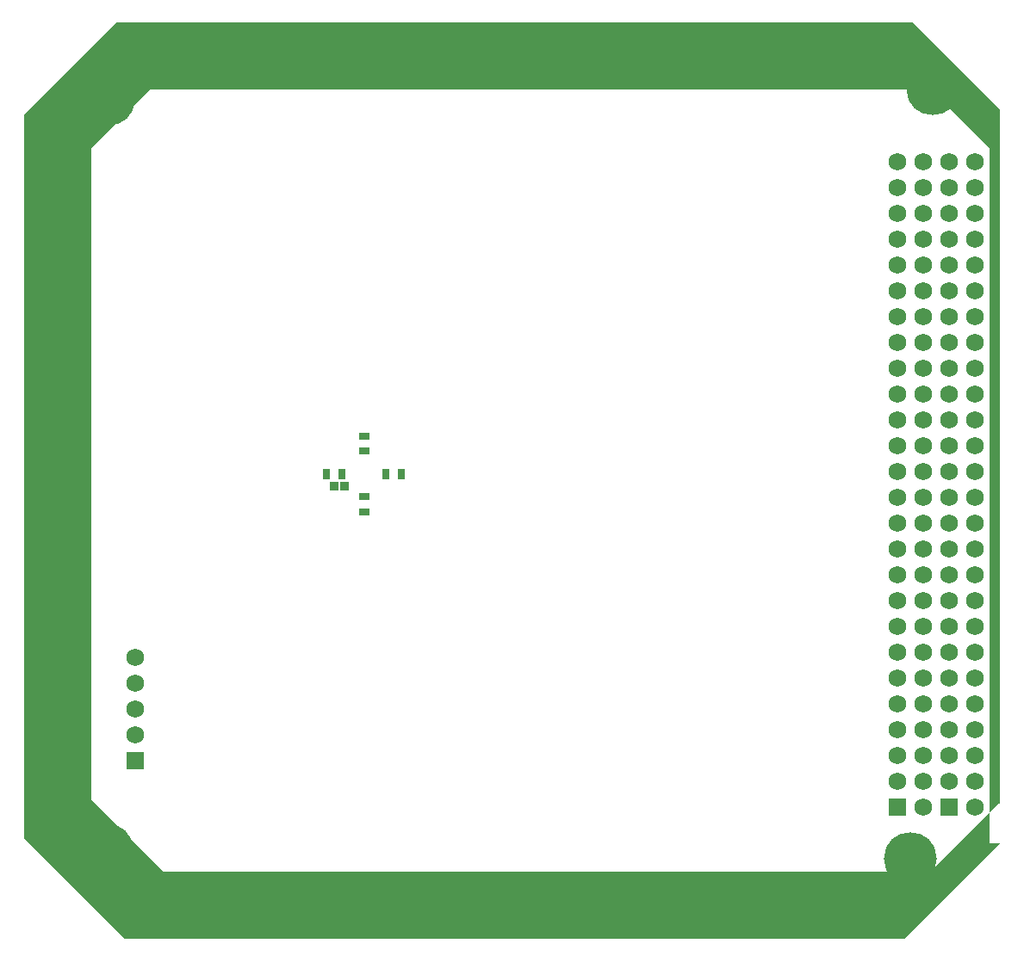
<source format=gbs>
G04*
G04 #@! TF.GenerationSoftware,Altium Limited,Altium Designer,21.0.8 (223)*
G04*
G04 Layer_Color=16711935*
%FSLAX25Y25*%
%MOIN*%
G70*
G04*
G04 #@! TF.SameCoordinates,1E681D1C-CCFD-48AA-A558-CB9795AED949*
G04*
G04*
G04 #@! TF.FilePolarity,Negative*
G04*
G01*
G75*
%ADD49R,0.03635X0.03635*%
%ADD52C,0.20485*%
%ADD53R,0.06902X0.06902*%
%ADD54C,0.06902*%
%ADD60R,0.02572X0.04147*%
%ADD61R,0.04147X0.02572*%
G36*
X154000Y126000D02*
X126000Y154000D01*
X126000Y406500D01*
X148500Y429000D01*
X451000Y429000D01*
X473500Y406500D01*
X473500Y137000D01*
X477500Y137000D01*
X477500Y421500D01*
X444000Y455000D01*
X135500Y455000D01*
X100000Y419500D01*
X100000Y139000D01*
X139000Y100000D01*
X440500Y100000D01*
X477500Y137000D01*
X477500Y153000D01*
X450500Y126000D01*
X154000Y126000D01*
D02*
G37*
D49*
X220000Y275500D02*
D03*
X223937D02*
D03*
D52*
X132500Y425500D02*
D03*
X451500Y429500D02*
D03*
X443000Y131000D02*
D03*
X132000Y134500D02*
D03*
D53*
X458000Y151000D02*
D03*
X438000D02*
D03*
X143000Y169000D02*
D03*
D54*
X458000Y161000D02*
D03*
Y171000D02*
D03*
Y181000D02*
D03*
Y191000D02*
D03*
Y201000D02*
D03*
Y211000D02*
D03*
Y221000D02*
D03*
Y231000D02*
D03*
Y241000D02*
D03*
Y251000D02*
D03*
Y261000D02*
D03*
Y271000D02*
D03*
Y281000D02*
D03*
Y291000D02*
D03*
Y301000D02*
D03*
Y311000D02*
D03*
Y321000D02*
D03*
Y331000D02*
D03*
Y341000D02*
D03*
Y351000D02*
D03*
Y361000D02*
D03*
Y371000D02*
D03*
Y381000D02*
D03*
Y391000D02*
D03*
Y401000D02*
D03*
X468000Y151000D02*
D03*
Y161000D02*
D03*
Y171000D02*
D03*
Y181000D02*
D03*
Y191000D02*
D03*
Y201000D02*
D03*
Y211000D02*
D03*
Y221000D02*
D03*
Y231000D02*
D03*
Y241000D02*
D03*
Y251000D02*
D03*
Y261000D02*
D03*
Y271000D02*
D03*
Y281000D02*
D03*
Y291000D02*
D03*
Y301000D02*
D03*
Y311000D02*
D03*
Y321000D02*
D03*
Y331000D02*
D03*
Y341000D02*
D03*
Y351000D02*
D03*
Y361000D02*
D03*
Y371000D02*
D03*
Y381000D02*
D03*
Y391000D02*
D03*
Y401000D02*
D03*
X438000Y161000D02*
D03*
Y171000D02*
D03*
Y181000D02*
D03*
Y191000D02*
D03*
Y201000D02*
D03*
Y211000D02*
D03*
Y221000D02*
D03*
Y231000D02*
D03*
Y241000D02*
D03*
Y251000D02*
D03*
Y261000D02*
D03*
Y271000D02*
D03*
Y281000D02*
D03*
Y291000D02*
D03*
Y301000D02*
D03*
Y311000D02*
D03*
Y321000D02*
D03*
Y331000D02*
D03*
Y341000D02*
D03*
Y351000D02*
D03*
Y361000D02*
D03*
Y371000D02*
D03*
Y381000D02*
D03*
Y391000D02*
D03*
Y401000D02*
D03*
X448000Y151000D02*
D03*
Y161000D02*
D03*
Y171000D02*
D03*
Y181000D02*
D03*
Y191000D02*
D03*
Y201000D02*
D03*
Y211000D02*
D03*
Y221000D02*
D03*
Y231000D02*
D03*
Y241000D02*
D03*
Y251000D02*
D03*
Y261000D02*
D03*
Y271000D02*
D03*
Y281000D02*
D03*
Y291000D02*
D03*
Y301000D02*
D03*
Y311000D02*
D03*
Y321000D02*
D03*
Y331000D02*
D03*
Y341000D02*
D03*
Y351000D02*
D03*
Y361000D02*
D03*
Y371000D02*
D03*
Y381000D02*
D03*
Y391000D02*
D03*
Y401000D02*
D03*
X143000Y209000D02*
D03*
Y199000D02*
D03*
Y189000D02*
D03*
Y179000D02*
D03*
D60*
X222953Y280000D02*
D03*
X217047D02*
D03*
X240000D02*
D03*
X245905D02*
D03*
D61*
X231500Y289047D02*
D03*
Y294953D02*
D03*
Y265547D02*
D03*
Y271453D02*
D03*
M02*

</source>
